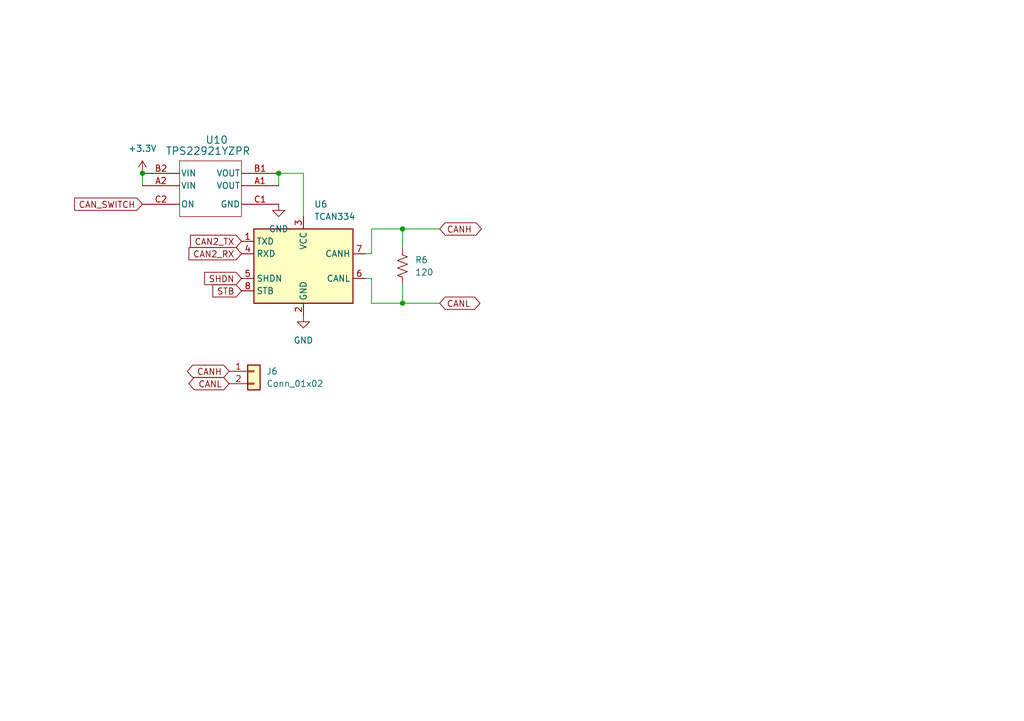
<source format=kicad_sch>
(kicad_sch
	(version 20231120)
	(generator "eeschema")
	(generator_version "8.0")
	(uuid "4e2776fb-6d3b-4b06-a224-61a91f202e21")
	(paper "A5")
	(title_block
		(title "RT1050 DevBoard for Project Horizon")
		(rev "v1")
		(company "Northeastern University")
		(comment 1 "Built by Madhav Kapa")
	)
	(lib_symbols
		(symbol "Connector_Generic:Conn_01x02"
			(pin_names
				(offset 1.016) hide)
			(exclude_from_sim no)
			(in_bom yes)
			(on_board yes)
			(property "Reference" "J"
				(at 0 2.54 0)
				(effects
					(font
						(size 1.27 1.27)
					)
				)
			)
			(property "Value" "Conn_01x02"
				(at 0 -5.08 0)
				(effects
					(font
						(size 1.27 1.27)
					)
				)
			)
			(property "Footprint" ""
				(at 0 0 0)
				(effects
					(font
						(size 1.27 1.27)
					)
					(hide yes)
				)
			)
			(property "Datasheet" "~"
				(at 0 0 0)
				(effects
					(font
						(size 1.27 1.27)
					)
					(hide yes)
				)
			)
			(property "Description" "Generic connector, single row, 01x02, script generated (kicad-library-utils/schlib/autogen/connector/)"
				(at 0 0 0)
				(effects
					(font
						(size 1.27 1.27)
					)
					(hide yes)
				)
			)
			(property "ki_keywords" "connector"
				(at 0 0 0)
				(effects
					(font
						(size 1.27 1.27)
					)
					(hide yes)
				)
			)
			(property "ki_fp_filters" "Connector*:*_1x??_*"
				(at 0 0 0)
				(effects
					(font
						(size 1.27 1.27)
					)
					(hide yes)
				)
			)
			(symbol "Conn_01x02_1_1"
				(rectangle
					(start -1.27 -2.413)
					(end 0 -2.667)
					(stroke
						(width 0.1524)
						(type default)
					)
					(fill
						(type none)
					)
				)
				(rectangle
					(start -1.27 0.127)
					(end 0 -0.127)
					(stroke
						(width 0.1524)
						(type default)
					)
					(fill
						(type none)
					)
				)
				(rectangle
					(start -1.27 1.27)
					(end 1.27 -3.81)
					(stroke
						(width 0.254)
						(type default)
					)
					(fill
						(type background)
					)
				)
				(pin passive line
					(at -5.08 0 0)
					(length 3.81)
					(name "Pin_1"
						(effects
							(font
								(size 1.27 1.27)
							)
						)
					)
					(number "1"
						(effects
							(font
								(size 1.27 1.27)
							)
						)
					)
				)
				(pin passive line
					(at -5.08 -2.54 0)
					(length 3.81)
					(name "Pin_2"
						(effects
							(font
								(size 1.27 1.27)
							)
						)
					)
					(number "2"
						(effects
							(font
								(size 1.27 1.27)
							)
						)
					)
				)
			)
		)
		(symbol "Device:R_US"
			(pin_numbers hide)
			(pin_names
				(offset 0)
			)
			(exclude_from_sim no)
			(in_bom yes)
			(on_board yes)
			(property "Reference" "R"
				(at 2.54 0 90)
				(effects
					(font
						(size 1.27 1.27)
					)
				)
			)
			(property "Value" "R_US"
				(at -2.54 0 90)
				(effects
					(font
						(size 1.27 1.27)
					)
				)
			)
			(property "Footprint" ""
				(at 1.016 -0.254 90)
				(effects
					(font
						(size 1.27 1.27)
					)
					(hide yes)
				)
			)
			(property "Datasheet" "~"
				(at 0 0 0)
				(effects
					(font
						(size 1.27 1.27)
					)
					(hide yes)
				)
			)
			(property "Description" "Resistor, US symbol"
				(at 0 0 0)
				(effects
					(font
						(size 1.27 1.27)
					)
					(hide yes)
				)
			)
			(property "ki_keywords" "R res resistor"
				(at 0 0 0)
				(effects
					(font
						(size 1.27 1.27)
					)
					(hide yes)
				)
			)
			(property "ki_fp_filters" "R_*"
				(at 0 0 0)
				(effects
					(font
						(size 1.27 1.27)
					)
					(hide yes)
				)
			)
			(symbol "R_US_0_1"
				(polyline
					(pts
						(xy 0 -2.286) (xy 0 -2.54)
					)
					(stroke
						(width 0)
						(type default)
					)
					(fill
						(type none)
					)
				)
				(polyline
					(pts
						(xy 0 2.286) (xy 0 2.54)
					)
					(stroke
						(width 0)
						(type default)
					)
					(fill
						(type none)
					)
				)
				(polyline
					(pts
						(xy 0 -0.762) (xy 1.016 -1.143) (xy 0 -1.524) (xy -1.016 -1.905) (xy 0 -2.286)
					)
					(stroke
						(width 0)
						(type default)
					)
					(fill
						(type none)
					)
				)
				(polyline
					(pts
						(xy 0 0.762) (xy 1.016 0.381) (xy 0 0) (xy -1.016 -0.381) (xy 0 -0.762)
					)
					(stroke
						(width 0)
						(type default)
					)
					(fill
						(type none)
					)
				)
				(polyline
					(pts
						(xy 0 2.286) (xy 1.016 1.905) (xy 0 1.524) (xy -1.016 1.143) (xy 0 0.762)
					)
					(stroke
						(width 0)
						(type default)
					)
					(fill
						(type none)
					)
				)
			)
			(symbol "R_US_1_1"
				(pin passive line
					(at 0 3.81 270)
					(length 1.27)
					(name "~"
						(effects
							(font
								(size 1.27 1.27)
							)
						)
					)
					(number "1"
						(effects
							(font
								(size 1.27 1.27)
							)
						)
					)
				)
				(pin passive line
					(at 0 -3.81 90)
					(length 1.27)
					(name "~"
						(effects
							(font
								(size 1.27 1.27)
							)
						)
					)
					(number "2"
						(effects
							(font
								(size 1.27 1.27)
							)
						)
					)
				)
			)
		)
		(symbol "Interface_CAN_LIN:TCAN334"
			(exclude_from_sim no)
			(in_bom yes)
			(on_board yes)
			(property "Reference" "U"
				(at -10.16 8.89 0)
				(effects
					(font
						(size 1.27 1.27)
					)
					(justify left)
				)
			)
			(property "Value" "TCAN334"
				(at 2.54 8.89 0)
				(effects
					(font
						(size 1.27 1.27)
					)
					(justify left)
				)
			)
			(property "Footprint" ""
				(at 0 -12.7 0)
				(effects
					(font
						(size 1.27 1.27)
						(italic yes)
					)
					(hide yes)
				)
			)
			(property "Datasheet" "http://www.ti.com/lit/ds/symlink/tcan337.pdf"
				(at 0 0 0)
				(effects
					(font
						(size 1.27 1.27)
					)
					(hide yes)
				)
			)
			(property "Description" "High-Speed CAN Transceiver, 1Mbps, 3.3V supply, low power standby mode, shutdown mode, SOT-23-8/SOIC-8"
				(at 0 0 0)
				(effects
					(font
						(size 1.27 1.27)
					)
					(hide yes)
				)
			)
			(property "ki_keywords" "High-Speed CAN Transceiver"
				(at 0 0 0)
				(effects
					(font
						(size 1.27 1.27)
					)
					(hide yes)
				)
			)
			(property "ki_fp_filters" "*TSOT?23* *SOIC*3.9x4.9mm*P1.27mm*"
				(at 0 0 0)
				(effects
					(font
						(size 1.27 1.27)
					)
					(hide yes)
				)
			)
			(symbol "TCAN334_0_1"
				(rectangle
					(start -10.16 7.62)
					(end 10.16 -7.62)
					(stroke
						(width 0.254)
						(type default)
					)
					(fill
						(type background)
					)
				)
			)
			(symbol "TCAN334_1_1"
				(pin input line
					(at -12.7 5.08 0)
					(length 2.54)
					(name "TXD"
						(effects
							(font
								(size 1.27 1.27)
							)
						)
					)
					(number "1"
						(effects
							(font
								(size 1.27 1.27)
							)
						)
					)
				)
				(pin power_in line
					(at 0 -10.16 90)
					(length 2.54)
					(name "GND"
						(effects
							(font
								(size 1.27 1.27)
							)
						)
					)
					(number "2"
						(effects
							(font
								(size 1.27 1.27)
							)
						)
					)
				)
				(pin power_in line
					(at 0 10.16 270)
					(length 2.54)
					(name "VCC"
						(effects
							(font
								(size 1.27 1.27)
							)
						)
					)
					(number "3"
						(effects
							(font
								(size 1.27 1.27)
							)
						)
					)
				)
				(pin tri_state line
					(at -12.7 2.54 0)
					(length 2.54)
					(name "RXD"
						(effects
							(font
								(size 1.27 1.27)
							)
						)
					)
					(number "4"
						(effects
							(font
								(size 1.27 1.27)
							)
						)
					)
				)
				(pin input line
					(at -12.7 -2.54 0)
					(length 2.54)
					(name "SHDN"
						(effects
							(font
								(size 1.27 1.27)
							)
						)
					)
					(number "5"
						(effects
							(font
								(size 1.27 1.27)
							)
						)
					)
				)
				(pin bidirectional line
					(at 12.7 -2.54 180)
					(length 2.54)
					(name "CANL"
						(effects
							(font
								(size 1.27 1.27)
							)
						)
					)
					(number "6"
						(effects
							(font
								(size 1.27 1.27)
							)
						)
					)
				)
				(pin bidirectional line
					(at 12.7 2.54 180)
					(length 2.54)
					(name "CANH"
						(effects
							(font
								(size 1.27 1.27)
							)
						)
					)
					(number "7"
						(effects
							(font
								(size 1.27 1.27)
							)
						)
					)
				)
				(pin input line
					(at -12.7 -5.08 0)
					(length 2.54)
					(name "STB"
						(effects
							(font
								(size 1.27 1.27)
							)
						)
					)
					(number "8"
						(effects
							(font
								(size 1.27 1.27)
							)
						)
					)
				)
			)
		)
		(symbol "TPS22921:TPS22921YZPR"
			(pin_names
				(offset 0.254)
			)
			(exclude_from_sim no)
			(in_bom yes)
			(on_board yes)
			(property "Reference" "U"
				(at 27.94 10.16 0)
				(effects
					(font
						(size 1.524 1.524)
					)
				)
			)
			(property "Value" "TPS22921YZPR"
				(at 27.94 7.62 0)
				(effects
					(font
						(size 1.524 1.524)
					)
				)
			)
			(property "Footprint" "YZP6"
				(at 10.668 6.096 0)
				(effects
					(font
						(size 1.27 1.27)
						(italic yes)
					)
					(hide yes)
				)
			)
			(property "Datasheet" "TPS22921YZPR"
				(at 1.016 6.096 0)
				(effects
					(font
						(size 1.27 1.27)
						(italic yes)
					)
					(hide yes)
				)
			)
			(property "Description" ""
				(at 27.94 0 0)
				(effects
					(font
						(size 1.27 1.27)
					)
					(hide yes)
				)
			)
			(property "ki_locked" ""
				(at 0 0 0)
				(effects
					(font
						(size 1.27 1.27)
					)
				)
			)
			(property "ki_keywords" "TPS22921YZPR"
				(at 0 0 0)
				(effects
					(font
						(size 1.27 1.27)
					)
					(hide yes)
				)
			)
			(property "ki_fp_filters" "YZP6"
				(at 0 0 0)
				(effects
					(font
						(size 1.27 1.27)
					)
					(hide yes)
				)
			)
			(symbol "TPS22921YZPR_0_1"
				(polyline
					(pts
						(xy 35.56 -8.89) (xy 48.26 -8.89)
					)
					(stroke
						(width 0.127)
						(type default)
					)
					(fill
						(type none)
					)
				)
				(polyline
					(pts
						(xy 35.56 2.54) (xy 35.56 -8.89)
					)
					(stroke
						(width 0.127)
						(type default)
					)
					(fill
						(type none)
					)
				)
				(polyline
					(pts
						(xy 48.26 -8.89) (xy 48.26 2.54)
					)
					(stroke
						(width 0.127)
						(type default)
					)
					(fill
						(type none)
					)
				)
				(polyline
					(pts
						(xy 48.26 2.54) (xy 35.56 2.54)
					)
					(stroke
						(width 0.127)
						(type default)
					)
					(fill
						(type none)
					)
				)
				(pin output line
					(at 55.88 -2.54 180)
					(length 7.62)
					(name "VOUT"
						(effects
							(font
								(size 1.27 1.27)
							)
						)
					)
					(number "A1"
						(effects
							(font
								(size 1.27 1.27)
							)
						)
					)
				)
				(pin input line
					(at 27.94 -2.54 0)
					(length 7.62)
					(name "VIN"
						(effects
							(font
								(size 1.27 1.27)
							)
						)
					)
					(number "A2"
						(effects
							(font
								(size 1.27 1.27)
							)
						)
					)
				)
				(pin output line
					(at 55.88 0 180)
					(length 7.62)
					(name "VOUT"
						(effects
							(font
								(size 1.27 1.27)
							)
						)
					)
					(number "B1"
						(effects
							(font
								(size 1.27 1.27)
							)
						)
					)
				)
				(pin input line
					(at 27.94 0 0)
					(length 7.62)
					(name "VIN"
						(effects
							(font
								(size 1.27 1.27)
							)
						)
					)
					(number "B2"
						(effects
							(font
								(size 1.27 1.27)
							)
						)
					)
				)
				(pin power_in line
					(at 55.88 -6.35 180)
					(length 7.62)
					(name "GND"
						(effects
							(font
								(size 1.27 1.27)
							)
						)
					)
					(number "C1"
						(effects
							(font
								(size 1.27 1.27)
							)
						)
					)
				)
				(pin input line
					(at 27.94 -6.35 0)
					(length 7.62)
					(name "ON"
						(effects
							(font
								(size 1.27 1.27)
							)
						)
					)
					(number "C2"
						(effects
							(font
								(size 1.27 1.27)
							)
						)
					)
				)
			)
		)
		(symbol "power:+3.3V"
			(power)
			(pin_numbers hide)
			(pin_names
				(offset 0) hide)
			(exclude_from_sim no)
			(in_bom yes)
			(on_board yes)
			(property "Reference" "#PWR"
				(at 0 -3.81 0)
				(effects
					(font
						(size 1.27 1.27)
					)
					(hide yes)
				)
			)
			(property "Value" "+3.3V"
				(at 0 3.556 0)
				(effects
					(font
						(size 1.27 1.27)
					)
				)
			)
			(property "Footprint" ""
				(at 0 0 0)
				(effects
					(font
						(size 1.27 1.27)
					)
					(hide yes)
				)
			)
			(property "Datasheet" ""
				(at 0 0 0)
				(effects
					(font
						(size 1.27 1.27)
					)
					(hide yes)
				)
			)
			(property "Description" "Power symbol creates a global label with name \"+3.3V\""
				(at 0 0 0)
				(effects
					(font
						(size 1.27 1.27)
					)
					(hide yes)
				)
			)
			(property "ki_keywords" "global power"
				(at 0 0 0)
				(effects
					(font
						(size 1.27 1.27)
					)
					(hide yes)
				)
			)
			(symbol "+3.3V_0_1"
				(polyline
					(pts
						(xy -0.762 1.27) (xy 0 2.54)
					)
					(stroke
						(width 0)
						(type default)
					)
					(fill
						(type none)
					)
				)
				(polyline
					(pts
						(xy 0 0) (xy 0 2.54)
					)
					(stroke
						(width 0)
						(type default)
					)
					(fill
						(type none)
					)
				)
				(polyline
					(pts
						(xy 0 2.54) (xy 0.762 1.27)
					)
					(stroke
						(width 0)
						(type default)
					)
					(fill
						(type none)
					)
				)
			)
			(symbol "+3.3V_1_1"
				(pin power_in line
					(at 0 0 90)
					(length 0)
					(name "~"
						(effects
							(font
								(size 1.27 1.27)
							)
						)
					)
					(number "1"
						(effects
							(font
								(size 1.27 1.27)
							)
						)
					)
				)
			)
		)
		(symbol "power:GND"
			(power)
			(pin_numbers hide)
			(pin_names
				(offset 0) hide)
			(exclude_from_sim no)
			(in_bom yes)
			(on_board yes)
			(property "Reference" "#PWR"
				(at 0 -6.35 0)
				(effects
					(font
						(size 1.27 1.27)
					)
					(hide yes)
				)
			)
			(property "Value" "GND"
				(at 0 -3.81 0)
				(effects
					(font
						(size 1.27 1.27)
					)
				)
			)
			(property "Footprint" ""
				(at 0 0 0)
				(effects
					(font
						(size 1.27 1.27)
					)
					(hide yes)
				)
			)
			(property "Datasheet" ""
				(at 0 0 0)
				(effects
					(font
						(size 1.27 1.27)
					)
					(hide yes)
				)
			)
			(property "Description" "Power symbol creates a global label with name \"GND\" , ground"
				(at 0 0 0)
				(effects
					(font
						(size 1.27 1.27)
					)
					(hide yes)
				)
			)
			(property "ki_keywords" "global power"
				(at 0 0 0)
				(effects
					(font
						(size 1.27 1.27)
					)
					(hide yes)
				)
			)
			(symbol "GND_0_1"
				(polyline
					(pts
						(xy 0 0) (xy 0 -1.27) (xy 1.27 -1.27) (xy 0 -2.54) (xy -1.27 -1.27) (xy 0 -1.27)
					)
					(stroke
						(width 0)
						(type default)
					)
					(fill
						(type none)
					)
				)
			)
			(symbol "GND_1_1"
				(pin power_in line
					(at 0 0 270)
					(length 0)
					(name "~"
						(effects
							(font
								(size 1.27 1.27)
							)
						)
					)
					(number "1"
						(effects
							(font
								(size 1.27 1.27)
							)
						)
					)
				)
			)
		)
	)
	(junction
		(at 82.55 46.99)
		(diameter 0)
		(color 0 0 0 0)
		(uuid "264d5931-b2d5-45e0-a1b8-9a0c39446f5f")
	)
	(junction
		(at 29.21 35.56)
		(diameter 0)
		(color 0 0 0 0)
		(uuid "706fb597-483d-4ffd-b28c-a5f3e23ee7e1")
	)
	(junction
		(at 57.15 35.56)
		(diameter 0)
		(color 0 0 0 0)
		(uuid "9e03ade3-7a49-49fb-bc21-ed609b45bfb6")
	)
	(junction
		(at 82.55 62.23)
		(diameter 0)
		(color 0 0 0 0)
		(uuid "9fc69d57-d0fd-4255-adb9-d6416bcafaea")
	)
	(wire
		(pts
			(xy 76.2 46.99) (xy 82.55 46.99)
		)
		(stroke
			(width 0)
			(type default)
		)
		(uuid "0c1b5c9d-b69e-41b3-ab79-bde25ba46575")
	)
	(wire
		(pts
			(xy 76.2 62.23) (xy 76.2 57.15)
		)
		(stroke
			(width 0)
			(type default)
		)
		(uuid "5eb02849-8732-410b-b2eb-2bf42be1b652")
	)
	(wire
		(pts
			(xy 82.55 46.99) (xy 90.17 46.99)
		)
		(stroke
			(width 0)
			(type default)
		)
		(uuid "6780bb9a-f3b1-4066-a8f4-d20f7925e838")
	)
	(wire
		(pts
			(xy 57.15 35.56) (xy 57.15 38.1)
		)
		(stroke
			(width 0)
			(type default)
		)
		(uuid "69fe5c4e-1ecc-486e-bb85-876879ede6b0")
	)
	(wire
		(pts
			(xy 76.2 46.99) (xy 76.2 52.07)
		)
		(stroke
			(width 0)
			(type default)
		)
		(uuid "94cbd51d-b765-4545-b810-48e8a6194d66")
	)
	(wire
		(pts
			(xy 82.55 50.8) (xy 82.55 46.99)
		)
		(stroke
			(width 0)
			(type default)
		)
		(uuid "96d22263-402c-469a-9c2e-4a43c6543427")
	)
	(wire
		(pts
			(xy 82.55 58.42) (xy 82.55 62.23)
		)
		(stroke
			(width 0)
			(type default)
		)
		(uuid "9a64adf8-1316-474d-9bb3-32aec8e20f7a")
	)
	(wire
		(pts
			(xy 82.55 62.23) (xy 76.2 62.23)
		)
		(stroke
			(width 0)
			(type default)
		)
		(uuid "9bf5fb66-740c-4930-9d76-0195644e8cc5")
	)
	(wire
		(pts
			(xy 62.23 35.56) (xy 62.23 44.45)
		)
		(stroke
			(width 0)
			(type default)
		)
		(uuid "a5070ed6-39f4-4859-9126-8d7aa1007030")
	)
	(wire
		(pts
			(xy 57.15 35.56) (xy 62.23 35.56)
		)
		(stroke
			(width 0)
			(type default)
		)
		(uuid "b3957825-d989-489f-a5ea-3f0e0a6c72cc")
	)
	(wire
		(pts
			(xy 76.2 52.07) (xy 74.93 52.07)
		)
		(stroke
			(width 0)
			(type default)
		)
		(uuid "e3ef5921-f2f2-4f5d-ab02-2aacd8662b3b")
	)
	(wire
		(pts
			(xy 76.2 57.15) (xy 74.93 57.15)
		)
		(stroke
			(width 0)
			(type default)
		)
		(uuid "efaf35af-ee74-4ea5-9fcf-7c4eed5044da")
	)
	(wire
		(pts
			(xy 29.21 35.56) (xy 29.21 38.1)
		)
		(stroke
			(width 0)
			(type default)
		)
		(uuid "fbdfe3a2-844b-41a7-9d6d-59881c2a1e3d")
	)
	(wire
		(pts
			(xy 90.17 62.23) (xy 82.55 62.23)
		)
		(stroke
			(width 0)
			(type default)
		)
		(uuid "fee4b76d-7cd4-4f67-8c08-b4e74faee79c")
	)
	(global_label "CANL"
		(shape bidirectional)
		(at 90.17 62.23 0)
		(effects
			(font
				(size 1.27 1.27)
			)
			(justify left)
		)
		(uuid "0bd00c49-8791-4053-ae21-f35e6e868cd7")
		(property "Intersheetrefs" "${INTERSHEET_REFS}"
			(at 90.17 62.23 0)
			(effects
				(font
					(size 1.27 1.27)
				)
				(hide yes)
			)
		)
	)
	(global_label "CANL"
		(shape bidirectional)
		(at 46.99 78.74 180)
		(effects
			(font
				(size 1.27 1.27)
			)
			(justify right)
		)
		(uuid "1ab0cacb-8a9a-47af-9abf-9f4892bd3f88")
		(property "Intersheetrefs" "${INTERSHEET_REFS}"
			(at 46.99 78.74 0)
			(effects
				(font
					(size 1.27 1.27)
				)
				(hide yes)
			)
		)
	)
	(global_label "CAN_SWITCH"
		(shape input)
		(at 29.21 41.91 180)
		(fields_autoplaced yes)
		(effects
			(font
				(size 1.27 1.27)
			)
			(justify right)
		)
		(uuid "1c9c5b40-8dd8-443b-b474-e87dbf9898fa")
		(property "Intersheetrefs" "${INTERSHEET_REFS}"
			(at 14.7343 41.91 0)
			(effects
				(font
					(size 1.27 1.27)
				)
				(justify right)
				(hide yes)
			)
		)
	)
	(global_label "SHDN"
		(shape input)
		(at 49.53 57.15 180)
		(effects
			(font
				(size 1.27 1.27)
			)
			(justify right)
		)
		(uuid "2a90e5ee-17bb-4778-9cf5-f5346be8b298")
		(property "Intersheetrefs" "${INTERSHEET_REFS}"
			(at 49.53 57.15 0)
			(effects
				(font
					(size 1.27 1.27)
				)
				(hide yes)
			)
		)
	)
	(global_label "CAN2_RX"
		(shape input)
		(at 49.53 52.07 180)
		(fields_autoplaced yes)
		(effects
			(font
				(size 1.27 1.27)
			)
			(justify right)
		)
		(uuid "c8a7c392-f021-41c8-a6c5-4975f64e8e70")
		(property "Intersheetrefs" "${INTERSHEET_REFS}"
			(at 38.1991 52.07 0)
			(effects
				(font
					(size 1.27 1.27)
				)
				(justify right)
				(hide yes)
			)
		)
	)
	(global_label "CANH"
		(shape bidirectional)
		(at 90.17 46.99 0)
		(effects
			(font
				(size 1.27 1.27)
			)
			(justify left)
		)
		(uuid "d1b4ae05-aebe-4551-bd2a-88122e7ff9ba")
		(property "Intersheetrefs" "${INTERSHEET_REFS}"
			(at 90.17 46.99 0)
			(effects
				(font
					(size 1.27 1.27)
				)
				(hide yes)
			)
		)
	)
	(global_label "CAN2_TX"
		(shape input)
		(at 49.53 49.53 180)
		(fields_autoplaced yes)
		(effects
			(font
				(size 1.27 1.27)
			)
			(justify right)
		)
		(uuid "d89a6fbd-c44e-4b63-a9f7-03d8aab92eed")
		(property "Intersheetrefs" "${INTERSHEET_REFS}"
			(at 38.5015 49.53 0)
			(effects
				(font
					(size 1.27 1.27)
				)
				(justify right)
				(hide yes)
			)
		)
	)
	(global_label "STB"
		(shape input)
		(at 49.53 59.69 180)
		(effects
			(font
				(size 1.27 1.27)
			)
			(justify right)
		)
		(uuid "f31f80fb-04eb-4e7a-880a-f14c2b5b3023")
		(property "Intersheetrefs" "${INTERSHEET_REFS}"
			(at 49.53 59.69 0)
			(effects
				(font
					(size 1.27 1.27)
				)
				(hide yes)
			)
		)
	)
	(global_label "CANH"
		(shape bidirectional)
		(at 46.99 76.2 180)
		(effects
			(font
				(size 1.27 1.27)
			)
			(justify right)
		)
		(uuid "fc57af4a-4abc-4826-b932-e53cbc434ba0")
		(property "Intersheetrefs" "${INTERSHEET_REFS}"
			(at 46.99 76.2 0)
			(effects
				(font
					(size 1.27 1.27)
				)
				(hide yes)
			)
		)
	)
	(symbol
		(lib_id "power:GND")
		(at 57.15 41.91 0)
		(unit 1)
		(exclude_from_sim no)
		(in_bom yes)
		(on_board yes)
		(dnp no)
		(fields_autoplaced yes)
		(uuid "1aa2ca87-045b-4a8e-9238-3446d8a70b64")
		(property "Reference" "#PWR060"
			(at 57.15 48.26 0)
			(effects
				(font
					(size 1.27 1.27)
				)
				(hide yes)
			)
		)
		(property "Value" "GND"
			(at 57.15 46.99 0)
			(effects
				(font
					(size 1.27 1.27)
				)
			)
		)
		(property "Footprint" ""
			(at 57.15 41.91 0)
			(effects
				(font
					(size 1.27 1.27)
				)
				(hide yes)
			)
		)
		(property "Datasheet" ""
			(at 57.15 41.91 0)
			(effects
				(font
					(size 1.27 1.27)
				)
				(hide yes)
			)
		)
		(property "Description" "Power symbol creates a global label with name \"GND\" , ground"
			(at 57.15 41.91 0)
			(effects
				(font
					(size 1.27 1.27)
				)
				(hide yes)
			)
		)
		(pin "1"
			(uuid "4bfd278d-db51-4cad-821b-fc2226256c19")
		)
		(instances
			(project "RT1050"
				(path "/dd9d031d-43a1-4442-b493-27451a14e0d9/1717ddd0-007d-45d1-b2d6-3a5f196579be"
					(reference "#PWR060")
					(unit 1)
				)
			)
		)
	)
	(symbol
		(lib_id "Device:R_US")
		(at 82.55 54.61 0)
		(unit 1)
		(exclude_from_sim no)
		(in_bom yes)
		(on_board yes)
		(dnp no)
		(fields_autoplaced yes)
		(uuid "2cddca3c-bb36-4221-a3b4-6a6d0571e2cb")
		(property "Reference" "R6"
			(at 85.09 53.3399 0)
			(effects
				(font
					(size 1.27 1.27)
				)
				(justify left)
			)
		)
		(property "Value" "120"
			(at 85.09 55.8799 0)
			(effects
				(font
					(size 1.27 1.27)
				)
				(justify left)
			)
		)
		(property "Footprint" "Resistor_SMD:R_0402_1005Metric"
			(at 83.566 54.864 90)
			(effects
				(font
					(size 1.27 1.27)
				)
				(hide yes)
			)
		)
		(property "Datasheet" "~"
			(at 82.55 54.61 0)
			(effects
				(font
					(size 1.27 1.27)
				)
				(hide yes)
			)
		)
		(property "Description" "Resistor, US symbol"
			(at 82.55 54.61 0)
			(effects
				(font
					(size 1.27 1.27)
				)
				(hide yes)
			)
		)
		(property "Flight" ""
			(at 82.55 54.61 0)
			(effects
				(font
					(size 1.27 1.27)
				)
				(hide yes)
			)
		)
		(property "Proto" ""
			(at 82.55 54.61 0)
			(effects
				(font
					(size 1.27 1.27)
				)
				(hide yes)
			)
		)
		(pin "2"
			(uuid "b39b085c-a3de-4d70-b80c-5d951eaf4cd6")
		)
		(pin "1"
			(uuid "71a21b90-3b42-41e5-8356-31811669db51")
		)
		(instances
			(project ""
				(path "/dd9d031d-43a1-4442-b493-27451a14e0d9/1717ddd0-007d-45d1-b2d6-3a5f196579be"
					(reference "R6")
					(unit 1)
				)
			)
		)
	)
	(symbol
		(lib_id "TPS22921:TPS22921YZPR")
		(at 1.27 35.56 0)
		(unit 1)
		(exclude_from_sim no)
		(in_bom yes)
		(on_board yes)
		(dnp no)
		(uuid "328950ec-1c66-4682-a542-d86cd911e021")
		(property "Reference" "U10"
			(at 44.45 28.702 0)
			(effects
				(font
					(size 1.524 1.524)
				)
			)
		)
		(property "Value" "TPS22921YZPR"
			(at 42.672 30.988 0)
			(effects
				(font
					(size 1.524 1.524)
				)
			)
		)
		(property "Footprint" "YZP6"
			(at 1.27 35.56 0)
			(effects
				(font
					(size 1.27 1.27)
					(italic yes)
				)
				(hide yes)
			)
		)
		(property "Datasheet" "TPS22921YZPR"
			(at 1.27 35.56 0)
			(effects
				(font
					(size 1.27 1.27)
					(italic yes)
				)
				(hide yes)
			)
		)
		(property "Description" ""
			(at 1.27 35.56 0)
			(effects
				(font
					(size 1.27 1.27)
				)
				(hide yes)
			)
		)
		(property "Flight" ""
			(at 1.27 35.56 0)
			(effects
				(font
					(size 1.27 1.27)
				)
				(hide yes)
			)
		)
		(property "Proto" ""
			(at 1.27 35.56 0)
			(effects
				(font
					(size 1.27 1.27)
				)
				(hide yes)
			)
		)
		(pin "A2"
			(uuid "0c287417-cd8b-4940-be90-f8f91c77e65a")
		)
		(pin "A1"
			(uuid "590c508f-3653-4443-b636-5b47ad844ecb")
		)
		(pin "B1"
			(uuid "c02ec4a1-c15b-4d8a-b0d7-38530eb22995")
		)
		(pin "C2"
			(uuid "cec73fd5-ed64-4aad-b9ac-63a870873eec")
		)
		(pin "C1"
			(uuid "8f68b54e-7b16-4091-93e8-9f8a7c780a8a")
		)
		(pin "B2"
			(uuid "5add137f-fc1a-406f-8bba-8695c72b7ced")
		)
		(instances
			(project ""
				(path "/dd9d031d-43a1-4442-b493-27451a14e0d9/1717ddd0-007d-45d1-b2d6-3a5f196579be"
					(reference "U10")
					(unit 1)
				)
			)
		)
	)
	(symbol
		(lib_id "Interface_CAN_LIN:TCAN334")
		(at 62.23 54.61 0)
		(unit 1)
		(exclude_from_sim no)
		(in_bom yes)
		(on_board yes)
		(dnp no)
		(fields_autoplaced yes)
		(uuid "35a06ad5-55b6-4024-b5df-c1be9da4cda9")
		(property "Reference" "U6"
			(at 64.4241 41.91 0)
			(effects
				(font
					(size 1.27 1.27)
				)
				(justify left)
			)
		)
		(property "Value" "TCAN334"
			(at 64.4241 44.45 0)
			(effects
				(font
					(size 1.27 1.27)
				)
				(justify left)
			)
		)
		(property "Footprint" "footprints:DCN0008A_M"
			(at 62.23 67.31 0)
			(effects
				(font
					(size 1.27 1.27)
					(italic yes)
				)
				(hide yes)
			)
		)
		(property "Datasheet" "http://www.ti.com/lit/ds/symlink/tcan337.pdf"
			(at 62.23 54.61 0)
			(effects
				(font
					(size 1.27 1.27)
				)
				(hide yes)
			)
		)
		(property "Description" "High-Speed CAN Transceiver, 1Mbps, 3.3V supply, low power standby mode, shutdown mode, SOT-23-8/SOIC-8"
			(at 62.23 54.61 0)
			(effects
				(font
					(size 1.27 1.27)
				)
				(hide yes)
			)
		)
		(property "Flight" ""
			(at 62.23 54.61 0)
			(effects
				(font
					(size 1.27 1.27)
				)
				(hide yes)
			)
		)
		(property "Proto" ""
			(at 62.23 54.61 0)
			(effects
				(font
					(size 1.27 1.27)
				)
				(hide yes)
			)
		)
		(pin "4"
			(uuid "153018d6-261d-4a63-8a17-e4ff5d689427")
		)
		(pin "1"
			(uuid "6342b11d-9068-4975-abc0-d10e8a542743")
		)
		(pin "8"
			(uuid "5f41fcb2-658c-4f7b-b298-79e85703a33b")
		)
		(pin "3"
			(uuid "47df0d61-74cd-4ff2-98e3-2b8412688f60")
		)
		(pin "6"
			(uuid "fc9ad17e-126e-45ee-8445-2060270a2b05")
		)
		(pin "2"
			(uuid "0abf4f0a-8faa-494b-852d-545bf40471f3")
		)
		(pin "7"
			(uuid "0d9f4e22-2381-4751-952f-45e1df9360ab")
		)
		(pin "5"
			(uuid "3e5d9400-8646-46a2-a3df-4ed004f6d2fb")
		)
		(instances
			(project ""
				(path "/dd9d031d-43a1-4442-b493-27451a14e0d9/1717ddd0-007d-45d1-b2d6-3a5f196579be"
					(reference "U6")
					(unit 1)
				)
			)
		)
	)
	(symbol
		(lib_id "power:+3.3V")
		(at 29.21 35.56 0)
		(unit 1)
		(exclude_from_sim no)
		(in_bom yes)
		(on_board yes)
		(dnp no)
		(fields_autoplaced yes)
		(uuid "be45ec52-f673-42ce-8b14-235fbdbabfda")
		(property "Reference" "#PWR050"
			(at 29.21 39.37 0)
			(effects
				(font
					(size 1.27 1.27)
				)
				(hide yes)
			)
		)
		(property "Value" "+3.3V"
			(at 29.21 30.48 0)
			(effects
				(font
					(size 1.27 1.27)
				)
			)
		)
		(property "Footprint" ""
			(at 29.21 35.56 0)
			(effects
				(font
					(size 1.27 1.27)
				)
				(hide yes)
			)
		)
		(property "Datasheet" ""
			(at 29.21 35.56 0)
			(effects
				(font
					(size 1.27 1.27)
				)
				(hide yes)
			)
		)
		(property "Description" "Power symbol creates a global label with name \"+3.3V\""
			(at 29.21 35.56 0)
			(effects
				(font
					(size 1.27 1.27)
				)
				(hide yes)
			)
		)
		(pin "1"
			(uuid "a7bceee6-0e32-4e42-8295-37136868f066")
		)
		(instances
			(project "RT1050"
				(path "/dd9d031d-43a1-4442-b493-27451a14e0d9/1717ddd0-007d-45d1-b2d6-3a5f196579be"
					(reference "#PWR050")
					(unit 1)
				)
			)
		)
	)
	(symbol
		(lib_id "power:GND")
		(at 62.23 64.77 0)
		(unit 1)
		(exclude_from_sim no)
		(in_bom yes)
		(on_board yes)
		(dnp no)
		(fields_autoplaced yes)
		(uuid "cd3ff667-3b21-47d2-957e-f8329edd90fc")
		(property "Reference" "#PWR051"
			(at 62.23 71.12 0)
			(effects
				(font
					(size 1.27 1.27)
				)
				(hide yes)
			)
		)
		(property "Value" "GND"
			(at 62.23 69.85 0)
			(effects
				(font
					(size 1.27 1.27)
				)
			)
		)
		(property "Footprint" ""
			(at 62.23 64.77 0)
			(effects
				(font
					(size 1.27 1.27)
				)
				(hide yes)
			)
		)
		(property "Datasheet" ""
			(at 62.23 64.77 0)
			(effects
				(font
					(size 1.27 1.27)
				)
				(hide yes)
			)
		)
		(property "Description" "Power symbol creates a global label with name \"GND\" , ground"
			(at 62.23 64.77 0)
			(effects
				(font
					(size 1.27 1.27)
				)
				(hide yes)
			)
		)
		(pin "1"
			(uuid "0c74f1f9-f376-4bfe-bb3f-2832ae85da11")
		)
		(instances
			(project ""
				(path "/dd9d031d-43a1-4442-b493-27451a14e0d9/1717ddd0-007d-45d1-b2d6-3a5f196579be"
					(reference "#PWR051")
					(unit 1)
				)
			)
		)
	)
	(symbol
		(lib_id "Connector_Generic:Conn_01x02")
		(at 52.07 76.2 0)
		(unit 1)
		(exclude_from_sim no)
		(in_bom yes)
		(on_board yes)
		(dnp no)
		(fields_autoplaced yes)
		(uuid "f67a0b86-199b-4003-ad9a-413022d79f93")
		(property "Reference" "J6"
			(at 54.61 76.1999 0)
			(effects
				(font
					(size 1.27 1.27)
				)
				(justify left)
			)
		)
		(property "Value" "Conn_01x02"
			(at 54.61 78.7399 0)
			(effects
				(font
					(size 1.27 1.27)
				)
				(justify left)
			)
		)
		(property "Footprint" "Connector_JST:JST_SH_BM02B-SRSS-TB_1x02-1MP_P1.00mm_Vertical"
			(at 52.07 76.2 0)
			(effects
				(font
					(size 1.27 1.27)
				)
				(hide yes)
			)
		)
		(property "Datasheet" "~"
			(at 52.07 76.2 0)
			(effects
				(font
					(size 1.27 1.27)
				)
				(hide yes)
			)
		)
		(property "Description" "Generic connector, single row, 01x02, script generated (kicad-library-utils/schlib/autogen/connector/)"
			(at 52.07 76.2 0)
			(effects
				(font
					(size 1.27 1.27)
				)
				(hide yes)
			)
		)
		(property "Flight" ""
			(at 52.07 76.2 0)
			(effects
				(font
					(size 1.27 1.27)
				)
				(hide yes)
			)
		)
		(property "Proto" ""
			(at 52.07 76.2 0)
			(effects
				(font
					(size 1.27 1.27)
				)
				(hide yes)
			)
		)
		(pin "2"
			(uuid "8982bba0-d47e-4fc9-8757-af89b8f32457")
		)
		(pin "1"
			(uuid "418e1c5c-5b6a-4e30-80ec-02526e756e4a")
		)
		(instances
			(project ""
				(path "/dd9d031d-43a1-4442-b493-27451a14e0d9/1717ddd0-007d-45d1-b2d6-3a5f196579be"
					(reference "J6")
					(unit 1)
				)
			)
		)
	)
)

</source>
